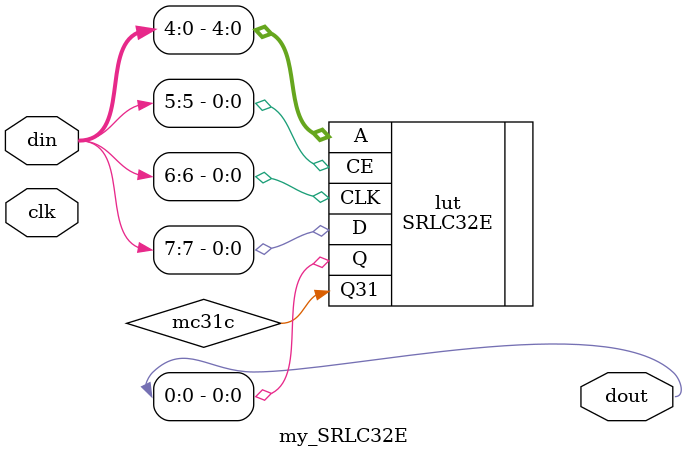
<source format=v>
module my_SRLC32E (input clk, input [7:0] din, output [7:0] dout);
    parameter LOC = "";
    parameter BEL="A6LUT";
    wire mc31c;
    (* LOC=LOC, BEL=BEL *)
    SRLC32E #(
            .INIT(32'h00000000),
            .IS_CLK_INVERTED(1'b0)
        ) lut (
            .Q(dout[0]),
            .Q31(mc31c),
            .A(din[4:0]),
            .CE(din[5]),
            .CLK(din[6]),
            .D(din[7]));
endmodule
</source>
